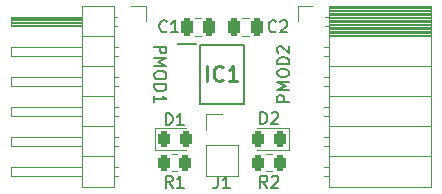
<source format=gto>
%TF.GenerationSoftware,KiCad,Pcbnew,(6.0.5)*%
%TF.CreationDate,2024-06-21T19:09:36+02:00*%
%TF.ProjectId,pmod_level_shifter_4p,706d6f64-5f6c-4657-9665-6c5f73686966,rev?*%
%TF.SameCoordinates,Original*%
%TF.FileFunction,Legend,Top*%
%TF.FilePolarity,Positive*%
%FSLAX46Y46*%
G04 Gerber Fmt 4.6, Leading zero omitted, Abs format (unit mm)*
G04 Created by KiCad (PCBNEW (6.0.5)) date 2024-06-21 19:09:36*
%MOMM*%
%LPD*%
G01*
G04 APERTURE LIST*
G04 Aperture macros list*
%AMRoundRect*
0 Rectangle with rounded corners*
0 $1 Rounding radius*
0 $2 $3 $4 $5 $6 $7 $8 $9 X,Y pos of 4 corners*
0 Add a 4 corners polygon primitive as box body*
4,1,4,$2,$3,$4,$5,$6,$7,$8,$9,$2,$3,0*
0 Add four circle primitives for the rounded corners*
1,1,$1+$1,$2,$3*
1,1,$1+$1,$4,$5*
1,1,$1+$1,$6,$7*
1,1,$1+$1,$8,$9*
0 Add four rect primitives between the rounded corners*
20,1,$1+$1,$2,$3,$4,$5,0*
20,1,$1+$1,$4,$5,$6,$7,0*
20,1,$1+$1,$6,$7,$8,$9,0*
20,1,$1+$1,$8,$9,$2,$3,0*%
G04 Aperture macros list end*
%ADD10C,0.150000*%
%ADD11C,0.254000*%
%ADD12C,0.120000*%
%ADD13C,0.200000*%
%ADD14RoundRect,0.243750X-0.243750X-0.456250X0.243750X-0.456250X0.243750X0.456250X-0.243750X0.456250X0*%
%ADD15RoundRect,0.243750X0.243750X0.456250X-0.243750X0.456250X-0.243750X-0.456250X0.243750X-0.456250X0*%
%ADD16R,1.700000X1.700000*%
%ADD17O,1.700000X1.700000*%
%ADD18RoundRect,0.250000X0.262500X0.450000X-0.262500X0.450000X-0.262500X-0.450000X0.262500X-0.450000X0*%
%ADD19RoundRect,0.250000X-0.250000X-0.475000X0.250000X-0.475000X0.250000X0.475000X-0.250000X0.475000X0*%
%ADD20RoundRect,0.250000X0.250000X0.475000X-0.250000X0.475000X-0.250000X-0.475000X0.250000X-0.475000X0*%
%ADD21R,1.475000X0.450000*%
G04 APERTURE END LIST*
D10*
%TO.C,D1*%
X147261904Y-105302380D02*
X147261904Y-104302380D01*
X147500000Y-104302380D01*
X147642857Y-104350000D01*
X147738095Y-104445238D01*
X147785714Y-104540476D01*
X147833333Y-104730952D01*
X147833333Y-104873809D01*
X147785714Y-105064285D01*
X147738095Y-105159523D01*
X147642857Y-105254761D01*
X147500000Y-105302380D01*
X147261904Y-105302380D01*
X148785714Y-105302380D02*
X148214285Y-105302380D01*
X148500000Y-105302380D02*
X148500000Y-104302380D01*
X148404761Y-104445238D01*
X148309523Y-104540476D01*
X148214285Y-104588095D01*
%TO.C,D2*%
X155261904Y-105202380D02*
X155261904Y-104202380D01*
X155500000Y-104202380D01*
X155642857Y-104250000D01*
X155738095Y-104345238D01*
X155785714Y-104440476D01*
X155833333Y-104630952D01*
X155833333Y-104773809D01*
X155785714Y-104964285D01*
X155738095Y-105059523D01*
X155642857Y-105154761D01*
X155500000Y-105202380D01*
X155261904Y-105202380D01*
X156214285Y-104297619D02*
X156261904Y-104250000D01*
X156357142Y-104202380D01*
X156595238Y-104202380D01*
X156690476Y-104250000D01*
X156738095Y-104297619D01*
X156785714Y-104392857D01*
X156785714Y-104488095D01*
X156738095Y-104630952D01*
X156166666Y-105202380D01*
X156785714Y-105202380D01*
%TO.C,J1*%
X151666666Y-109677380D02*
X151666666Y-110391666D01*
X151619047Y-110534523D01*
X151523809Y-110629761D01*
X151380952Y-110677380D01*
X151285714Y-110677380D01*
X152666666Y-110677380D02*
X152095238Y-110677380D01*
X152380952Y-110677380D02*
X152380952Y-109677380D01*
X152285714Y-109820238D01*
X152190476Y-109915476D01*
X152095238Y-109963095D01*
%TO.C,PMOD1*%
X146297619Y-98666666D02*
X147297619Y-98666666D01*
X147297619Y-99047619D01*
X147250000Y-99142857D01*
X147202380Y-99190476D01*
X147107142Y-99238095D01*
X146964285Y-99238095D01*
X146869047Y-99190476D01*
X146821428Y-99142857D01*
X146773809Y-99047619D01*
X146773809Y-98666666D01*
X146297619Y-99666666D02*
X147297619Y-99666666D01*
X146583333Y-100000000D01*
X147297619Y-100333333D01*
X146297619Y-100333333D01*
X147297619Y-101000000D02*
X147297619Y-101190476D01*
X147250000Y-101285714D01*
X147154761Y-101380952D01*
X146964285Y-101428571D01*
X146630952Y-101428571D01*
X146440476Y-101380952D01*
X146345238Y-101285714D01*
X146297619Y-101190476D01*
X146297619Y-101000000D01*
X146345238Y-100904761D01*
X146440476Y-100809523D01*
X146630952Y-100761904D01*
X146964285Y-100761904D01*
X147154761Y-100809523D01*
X147250000Y-100904761D01*
X147297619Y-101000000D01*
X146297619Y-101857142D02*
X147297619Y-101857142D01*
X147297619Y-102095238D01*
X147250000Y-102238095D01*
X147154761Y-102333333D01*
X147059523Y-102380952D01*
X146869047Y-102428571D01*
X146726190Y-102428571D01*
X146535714Y-102380952D01*
X146440476Y-102333333D01*
X146345238Y-102238095D01*
X146297619Y-102095238D01*
X146297619Y-101857142D01*
X146297619Y-103380952D02*
X146297619Y-102809523D01*
X146297619Y-103095238D02*
X147297619Y-103095238D01*
X147154761Y-103000000D01*
X147059523Y-102904761D01*
X147011904Y-102809523D01*
%TO.C,R1*%
X147833333Y-110602380D02*
X147500000Y-110126190D01*
X147261904Y-110602380D02*
X147261904Y-109602380D01*
X147642857Y-109602380D01*
X147738095Y-109650000D01*
X147785714Y-109697619D01*
X147833333Y-109792857D01*
X147833333Y-109935714D01*
X147785714Y-110030952D01*
X147738095Y-110078571D01*
X147642857Y-110126190D01*
X147261904Y-110126190D01*
X148785714Y-110602380D02*
X148214285Y-110602380D01*
X148500000Y-110602380D02*
X148500000Y-109602380D01*
X148404761Y-109745238D01*
X148309523Y-109840476D01*
X148214285Y-109888095D01*
%TO.C,C1*%
X147333333Y-97357142D02*
X147285714Y-97404761D01*
X147142857Y-97452380D01*
X147047619Y-97452380D01*
X146904761Y-97404761D01*
X146809523Y-97309523D01*
X146761904Y-97214285D01*
X146714285Y-97023809D01*
X146714285Y-96880952D01*
X146761904Y-96690476D01*
X146809523Y-96595238D01*
X146904761Y-96500000D01*
X147047619Y-96452380D01*
X147142857Y-96452380D01*
X147285714Y-96500000D01*
X147333333Y-96547619D01*
X148285714Y-97452380D02*
X147714285Y-97452380D01*
X148000000Y-97452380D02*
X148000000Y-96452380D01*
X147904761Y-96595238D01*
X147809523Y-96690476D01*
X147714285Y-96738095D01*
%TO.C,C2*%
X156583333Y-97357142D02*
X156535714Y-97404761D01*
X156392857Y-97452380D01*
X156297619Y-97452380D01*
X156154761Y-97404761D01*
X156059523Y-97309523D01*
X156011904Y-97214285D01*
X155964285Y-97023809D01*
X155964285Y-96880952D01*
X156011904Y-96690476D01*
X156059523Y-96595238D01*
X156154761Y-96500000D01*
X156297619Y-96452380D01*
X156392857Y-96452380D01*
X156535714Y-96500000D01*
X156583333Y-96547619D01*
X156964285Y-96547619D02*
X157011904Y-96500000D01*
X157107142Y-96452380D01*
X157345238Y-96452380D01*
X157440476Y-96500000D01*
X157488095Y-96547619D01*
X157535714Y-96642857D01*
X157535714Y-96738095D01*
X157488095Y-96880952D01*
X156916666Y-97452380D01*
X157535714Y-97452380D01*
D11*
%TO.C,IC1*%
X150760238Y-101574523D02*
X150760238Y-100304523D01*
X152090714Y-101453571D02*
X152030238Y-101514047D01*
X151848809Y-101574523D01*
X151727857Y-101574523D01*
X151546428Y-101514047D01*
X151425476Y-101393095D01*
X151365000Y-101272142D01*
X151304523Y-101030238D01*
X151304523Y-100848809D01*
X151365000Y-100606904D01*
X151425476Y-100485952D01*
X151546428Y-100365000D01*
X151727857Y-100304523D01*
X151848809Y-100304523D01*
X152030238Y-100365000D01*
X152090714Y-100425476D01*
X153300238Y-101574523D02*
X152574523Y-101574523D01*
X152937380Y-101574523D02*
X152937380Y-100304523D01*
X152816428Y-100485952D01*
X152695476Y-100606904D01*
X152574523Y-100667380D01*
D10*
%TO.C,R2*%
X155833333Y-110602380D02*
X155500000Y-110126190D01*
X155261904Y-110602380D02*
X155261904Y-109602380D01*
X155642857Y-109602380D01*
X155738095Y-109650000D01*
X155785714Y-109697619D01*
X155833333Y-109792857D01*
X155833333Y-109935714D01*
X155785714Y-110030952D01*
X155738095Y-110078571D01*
X155642857Y-110126190D01*
X155261904Y-110126190D01*
X156214285Y-109697619D02*
X156261904Y-109650000D01*
X156357142Y-109602380D01*
X156595238Y-109602380D01*
X156690476Y-109650000D01*
X156738095Y-109697619D01*
X156785714Y-109792857D01*
X156785714Y-109888095D01*
X156738095Y-110030952D01*
X156166666Y-110602380D01*
X156785714Y-110602380D01*
%TO.C,PMOD2*%
X157702380Y-103333333D02*
X156702380Y-103333333D01*
X156702380Y-102952380D01*
X156750000Y-102857142D01*
X156797619Y-102809523D01*
X156892857Y-102761904D01*
X157035714Y-102761904D01*
X157130952Y-102809523D01*
X157178571Y-102857142D01*
X157226190Y-102952380D01*
X157226190Y-103333333D01*
X157702380Y-102333333D02*
X156702380Y-102333333D01*
X157416666Y-102000000D01*
X156702380Y-101666666D01*
X157702380Y-101666666D01*
X156702380Y-101000000D02*
X156702380Y-100809523D01*
X156750000Y-100714285D01*
X156845238Y-100619047D01*
X157035714Y-100571428D01*
X157369047Y-100571428D01*
X157559523Y-100619047D01*
X157654761Y-100714285D01*
X157702380Y-100809523D01*
X157702380Y-101000000D01*
X157654761Y-101095238D01*
X157559523Y-101190476D01*
X157369047Y-101238095D01*
X157035714Y-101238095D01*
X156845238Y-101190476D01*
X156750000Y-101095238D01*
X156702380Y-101000000D01*
X157702380Y-100142857D02*
X156702380Y-100142857D01*
X156702380Y-99904761D01*
X156750000Y-99761904D01*
X156845238Y-99666666D01*
X156940476Y-99619047D01*
X157130952Y-99571428D01*
X157273809Y-99571428D01*
X157464285Y-99619047D01*
X157559523Y-99666666D01*
X157654761Y-99761904D01*
X157702380Y-99904761D01*
X157702380Y-100142857D01*
X156797619Y-99190476D02*
X156750000Y-99142857D01*
X156702380Y-99047619D01*
X156702380Y-98809523D01*
X156750000Y-98714285D01*
X156797619Y-98666666D01*
X156892857Y-98619047D01*
X156988095Y-98619047D01*
X157130952Y-98666666D01*
X157702380Y-99238095D01*
X157702380Y-98619047D01*
D12*
%TO.C,D1*%
X146315000Y-107460000D02*
X149000000Y-107460000D01*
X146315000Y-105540000D02*
X146315000Y-107460000D01*
X149000000Y-105540000D02*
X146315000Y-105540000D01*
%TO.C,D2*%
X157685000Y-107460000D02*
X157685000Y-105540000D01*
X157685000Y-105540000D02*
X155000000Y-105540000D01*
X155000000Y-107460000D02*
X157685000Y-107460000D01*
%TO.C,J1*%
X153330000Y-106995000D02*
X153330000Y-109595000D01*
X150670000Y-104395000D02*
X152000000Y-104395000D01*
X150670000Y-109595000D02*
X153330000Y-109595000D01*
X150670000Y-105725000D02*
X150670000Y-104395000D01*
X150670000Y-106995000D02*
X153330000Y-106995000D01*
X150670000Y-106995000D02*
X150670000Y-109595000D01*
%TO.C,PMOD1*%
X143227071Y-106300000D02*
X142830000Y-106300000D01*
X140170000Y-101220000D02*
X134170000Y-101220000D01*
X140170000Y-96680000D02*
X134170000Y-96680000D01*
X140170000Y-96800000D02*
X134170000Y-96800000D01*
X134170000Y-106300000D02*
X134170000Y-107060000D01*
X140170000Y-96320000D02*
X134170000Y-96320000D01*
X143227071Y-108840000D02*
X142830000Y-108840000D01*
X140170000Y-108840000D02*
X134170000Y-108840000D01*
X140170000Y-96200000D02*
X134170000Y-96200000D01*
X142830000Y-102870000D02*
X140170000Y-102870000D01*
X134170000Y-98680000D02*
X134170000Y-99440000D01*
X143160000Y-96900000D02*
X142830000Y-96900000D01*
X134170000Y-101220000D02*
X134170000Y-101980000D01*
X143227071Y-109600000D02*
X142830000Y-109600000D01*
X143227071Y-107060000D02*
X142830000Y-107060000D01*
X140170000Y-96560000D02*
X134170000Y-96560000D01*
X143227071Y-101980000D02*
X142830000Y-101980000D01*
X145540000Y-95250000D02*
X144270000Y-95250000D01*
X142830000Y-107950000D02*
X140170000Y-107950000D01*
X142830000Y-97790000D02*
X140170000Y-97790000D01*
X140170000Y-110550000D02*
X140170000Y-95190000D01*
X143227071Y-98680000D02*
X142830000Y-98680000D01*
X134170000Y-107060000D02*
X140170000Y-107060000D01*
X134170000Y-108840000D02*
X134170000Y-109600000D01*
X143227071Y-103760000D02*
X142830000Y-103760000D01*
X140170000Y-98680000D02*
X134170000Y-98680000D01*
X142830000Y-110550000D02*
X140170000Y-110550000D01*
X140170000Y-96440000D02*
X134170000Y-96440000D01*
X143160000Y-96140000D02*
X142830000Y-96140000D01*
X134170000Y-103760000D02*
X134170000Y-104520000D01*
X143227071Y-101220000D02*
X142830000Y-101220000D01*
X134170000Y-99440000D02*
X140170000Y-99440000D01*
X145540000Y-96520000D02*
X145540000Y-95250000D01*
X140170000Y-96140000D02*
X134170000Y-96140000D01*
X134170000Y-109600000D02*
X140170000Y-109600000D01*
X143227071Y-99440000D02*
X142830000Y-99440000D01*
X142830000Y-105410000D02*
X140170000Y-105410000D01*
X134170000Y-96140000D02*
X134170000Y-96900000D01*
X134170000Y-101980000D02*
X140170000Y-101980000D01*
X134170000Y-96900000D02*
X140170000Y-96900000D01*
X142830000Y-95190000D02*
X142830000Y-110550000D01*
X140170000Y-106300000D02*
X134170000Y-106300000D01*
X143227071Y-104520000D02*
X142830000Y-104520000D01*
X134170000Y-104520000D02*
X140170000Y-104520000D01*
X142830000Y-100330000D02*
X140170000Y-100330000D01*
X140170000Y-103760000D02*
X134170000Y-103760000D01*
X140170000Y-95190000D02*
X142830000Y-95190000D01*
%TO.C,R1*%
X148227064Y-109235000D02*
X147772936Y-109235000D01*
X148227064Y-107765000D02*
X147772936Y-107765000D01*
%TO.C,C1*%
X149738748Y-96265000D02*
X150261252Y-96265000D01*
X149738748Y-97735000D02*
X150261252Y-97735000D01*
%TO.C,C2*%
X154261252Y-96265000D02*
X153738748Y-96265000D01*
X154261252Y-97735000D02*
X153738748Y-97735000D01*
D13*
%TO.C,IC1*%
X153850000Y-103500000D02*
X150150000Y-103500000D01*
X150150000Y-103500000D02*
X150150000Y-98500000D01*
X148325000Y-98475000D02*
X149800000Y-98475000D01*
X150150000Y-98500000D02*
X153850000Y-98500000D01*
X153850000Y-98500000D02*
X153850000Y-103500000D01*
D12*
%TO.C,R2*%
X156227064Y-107765000D02*
X155772936Y-107765000D01*
X156227064Y-109235000D02*
X155772936Y-109235000D01*
%TO.C,PMOD2*%
X169690000Y-95310000D02*
X161060000Y-95310000D01*
X169690000Y-96963330D02*
X161060000Y-96963330D01*
X169690000Y-97317615D02*
X161060000Y-97317615D01*
X161060000Y-101960000D02*
X160650000Y-101960000D01*
X169690000Y-95190000D02*
X169690000Y-110550000D01*
X161060000Y-106320000D02*
X160650000Y-106320000D01*
X169690000Y-96372855D02*
X161060000Y-96372855D01*
X169690000Y-95782380D02*
X161060000Y-95782380D01*
X169690000Y-96845235D02*
X161060000Y-96845235D01*
X169690000Y-95900475D02*
X161060000Y-95900475D01*
X169690000Y-107950000D02*
X161060000Y-107950000D01*
X169690000Y-100330000D02*
X161060000Y-100330000D01*
X169690000Y-97435710D02*
X161060000Y-97435710D01*
X161060000Y-95190000D02*
X161060000Y-110550000D01*
X161060000Y-109580000D02*
X160650000Y-109580000D01*
X161060000Y-101240000D02*
X160650000Y-101240000D01*
X159600000Y-95190000D02*
X158490000Y-95190000D01*
X161060000Y-103780000D02*
X160650000Y-103780000D01*
X169690000Y-95664285D02*
X161060000Y-95664285D01*
X161060000Y-104500000D02*
X160650000Y-104500000D01*
X161060000Y-96880000D02*
X160710000Y-96880000D01*
X169690000Y-97553805D02*
X161060000Y-97553805D01*
X169690000Y-97081425D02*
X161060000Y-97081425D01*
X169690000Y-96609045D02*
X161060000Y-96609045D01*
X161060000Y-108860000D02*
X160650000Y-108860000D01*
X169690000Y-95546190D02*
X161060000Y-95546190D01*
X169690000Y-97790000D02*
X161060000Y-97790000D01*
X169690000Y-102870000D02*
X161060000Y-102870000D01*
X169690000Y-95190000D02*
X161060000Y-95190000D01*
X169690000Y-97671900D02*
X161060000Y-97671900D01*
X169690000Y-97199520D02*
X161060000Y-97199520D01*
X169690000Y-96018570D02*
X161060000Y-96018570D01*
X169690000Y-95428095D02*
X161060000Y-95428095D01*
X169690000Y-105410000D02*
X161060000Y-105410000D01*
X169690000Y-110550000D02*
X161060000Y-110550000D01*
X169690000Y-96490950D02*
X161060000Y-96490950D01*
X169690000Y-96136665D02*
X161060000Y-96136665D01*
X161060000Y-96160000D02*
X160710000Y-96160000D01*
X169690000Y-96254760D02*
X161060000Y-96254760D01*
X161060000Y-99420000D02*
X160650000Y-99420000D01*
X161060000Y-98700000D02*
X160650000Y-98700000D01*
X169690000Y-96727140D02*
X161060000Y-96727140D01*
X158490000Y-95190000D02*
X158490000Y-96520000D01*
X161060000Y-107040000D02*
X160650000Y-107040000D01*
%TD*%
%LPC*%
D14*
%TO.C,D1*%
X147062500Y-106500000D03*
X148937500Y-106500000D03*
%TD*%
D15*
%TO.C,D2*%
X156937500Y-106500000D03*
X155062500Y-106500000D03*
%TD*%
D16*
%TO.C,J1*%
X152000000Y-105725000D03*
D17*
X152000000Y-108265000D03*
%TD*%
D16*
%TO.C,PMOD1*%
X144270000Y-96520000D03*
D17*
X144270000Y-99060000D03*
X144270000Y-101600000D03*
X144270000Y-104140000D03*
X144270000Y-106680000D03*
X144270000Y-109220000D03*
%TD*%
D18*
%TO.C,R1*%
X148912500Y-108500000D03*
X147087500Y-108500000D03*
%TD*%
D19*
%TO.C,C1*%
X149050000Y-97000000D03*
X150950000Y-97000000D03*
%TD*%
D20*
%TO.C,C2*%
X154950000Y-97000000D03*
X153050000Y-97000000D03*
%TD*%
D21*
%TO.C,IC1*%
X149062000Y-99050000D03*
X149062000Y-99700000D03*
X149062000Y-100350000D03*
X149062000Y-101000000D03*
X149062000Y-101650000D03*
X149062000Y-102300000D03*
X149062000Y-102950000D03*
X154938000Y-102950000D03*
X154938000Y-102300000D03*
X154938000Y-101650000D03*
X154938000Y-101000000D03*
X154938000Y-100350000D03*
X154938000Y-99700000D03*
X154938000Y-99050000D03*
%TD*%
D18*
%TO.C,R2*%
X156912500Y-108500000D03*
X155087500Y-108500000D03*
%TD*%
D16*
%TO.C,PMOD2*%
X159600000Y-96520000D03*
D17*
X159600000Y-99060000D03*
X159600000Y-101600000D03*
X159600000Y-104140000D03*
X159600000Y-106680000D03*
X159600000Y-109220000D03*
%TD*%
M02*

</source>
